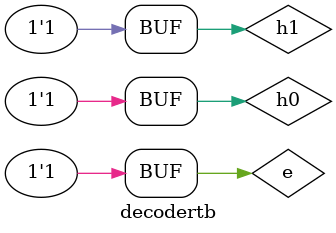
<source format=v>
`timescale 1ns/1ns
`include "decoder.v"

module decodertb (
    
);
    reg e,h0,h1;
    wire u0,u1,u2,u3;

    decoder uut(e,h0,h1,u0,u1,u2,u3);

    initial begin
        $dumpfile("decodertb.vcd");
        $dumpvars(0,decodertb);

        e=0;h0=1;h1=1;
        #30;
        e=1;h0=0;h1=0;
        #30;
        e=1;h0=1;h1=0;
        #30;
        e=1;h0=0;h1=1;
        #30;
        e=1;h0=1;h1=1;
        #30;

        $display("Compiled Successfully");

    end
endmodule
</source>
